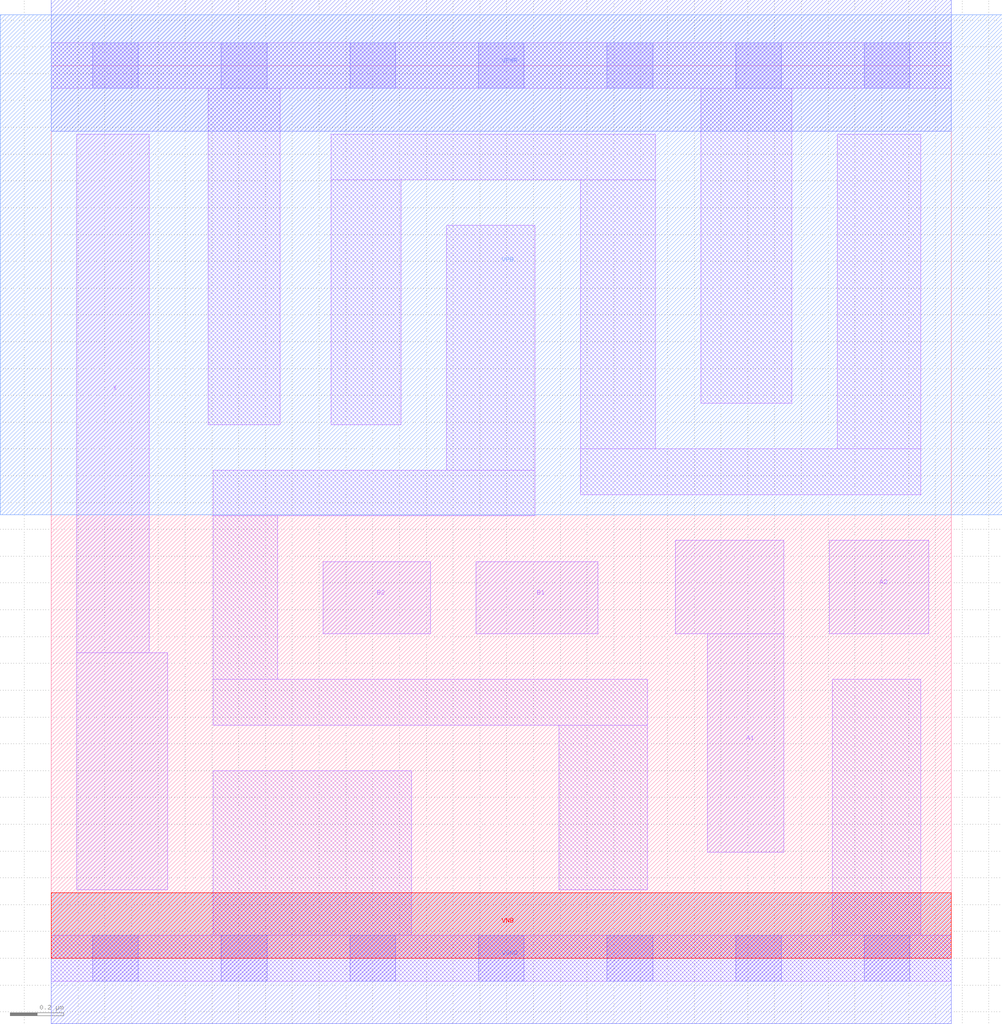
<source format=lef>
# Copyright 2020 The SkyWater PDK Authors
#
# Licensed under the Apache License, Version 2.0 (the "License");
# you may not use this file except in compliance with the License.
# You may obtain a copy of the License at
#
#     https://www.apache.org/licenses/LICENSE-2.0
#
# Unless required by applicable law or agreed to in writing, software
# distributed under the License is distributed on an "AS IS" BASIS,
# WITHOUT WARRANTIES OR CONDITIONS OF ANY KIND, either express or implied.
# See the License for the specific language governing permissions and
# limitations under the License.
#
# SPDX-License-Identifier: Apache-2.0

VERSION 5.7 ;
  NOWIREEXTENSIONATPIN ON ;
  DIVIDERCHAR "/" ;
  BUSBITCHARS "[]" ;
MACRO sky130_fd_sc_lp__a22o_1
  CLASS CORE ;
  FOREIGN sky130_fd_sc_lp__a22o_1 ;
  ORIGIN  0.000000  0.000000 ;
  SIZE  3.360000 BY  3.330000 ;
  SYMMETRY X Y R90 ;
  SITE unit ;
  PIN A1
    ANTENNAGATEAREA  0.315000 ;
    DIRECTION INPUT ;
    USE SIGNAL ;
    PORT
      LAYER li1 ;
        RECT 2.330000 1.210000 2.735000 1.560000 ;
        RECT 2.450000 0.395000 2.735000 1.210000 ;
    END
  END A1
  PIN A2
    ANTENNAGATEAREA  0.315000 ;
    DIRECTION INPUT ;
    USE SIGNAL ;
    PORT
      LAYER li1 ;
        RECT 2.905000 1.210000 3.275000 1.560000 ;
    END
  END A2
  PIN B1
    ANTENNAGATEAREA  0.315000 ;
    DIRECTION INPUT ;
    USE SIGNAL ;
    PORT
      LAYER li1 ;
        RECT 1.585000 1.210000 2.040000 1.480000 ;
    END
  END B1
  PIN B2
    ANTENNAGATEAREA  0.315000 ;
    DIRECTION INPUT ;
    USE SIGNAL ;
    PORT
      LAYER li1 ;
        RECT 1.015000 1.210000 1.415000 1.480000 ;
    END
  END B2
  PIN X
    ANTENNADIFFAREA  0.556500 ;
    DIRECTION OUTPUT ;
    USE SIGNAL ;
    PORT
      LAYER li1 ;
        RECT 0.095000 0.255000 0.435000 1.140000 ;
        RECT 0.095000 1.140000 0.365000 3.075000 ;
    END
  END X
  PIN VGND
    DIRECTION INOUT ;
    USE GROUND ;
    PORT
      LAYER met1 ;
        RECT 0.000000 -0.245000 3.360000 0.245000 ;
    END
  END VGND
  PIN VNB
    DIRECTION INOUT ;
    USE GROUND ;
    PORT
      LAYER pwell ;
        RECT 0.000000 0.000000 3.360000 0.245000 ;
    END
  END VNB
  PIN VPB
    DIRECTION INOUT ;
    USE POWER ;
    PORT
      LAYER nwell ;
        RECT -0.190000 1.655000 3.550000 3.520000 ;
    END
  END VPB
  PIN VPWR
    DIRECTION INOUT ;
    USE POWER ;
    PORT
      LAYER met1 ;
        RECT 0.000000 3.085000 3.360000 3.575000 ;
    END
  END VPWR
  OBS
    LAYER li1 ;
      RECT 0.000000 -0.085000 3.360000 0.085000 ;
      RECT 0.000000  3.245000 3.360000 3.415000 ;
      RECT 0.585000  1.990000 0.855000 3.245000 ;
      RECT 0.605000  0.085000 1.345000 0.700000 ;
      RECT 0.605000  0.870000 2.225000 1.040000 ;
      RECT 0.605000  1.040000 0.845000 1.650000 ;
      RECT 0.605000  1.650000 1.805000 1.820000 ;
      RECT 1.045000  1.990000 1.305000 2.905000 ;
      RECT 1.045000  2.905000 2.255000 3.075000 ;
      RECT 1.475000  1.820000 1.805000 2.735000 ;
      RECT 1.895000  0.255000 2.225000 0.870000 ;
      RECT 1.975000  1.730000 3.245000 1.900000 ;
      RECT 1.975000  1.900000 2.255000 2.905000 ;
      RECT 2.425000  2.070000 2.765000 3.245000 ;
      RECT 2.915000  0.085000 3.245000 1.040000 ;
      RECT 2.935000  1.900000 3.245000 3.075000 ;
    LAYER mcon ;
      RECT 0.155000 -0.085000 0.325000 0.085000 ;
      RECT 0.155000  3.245000 0.325000 3.415000 ;
      RECT 0.635000 -0.085000 0.805000 0.085000 ;
      RECT 0.635000  3.245000 0.805000 3.415000 ;
      RECT 1.115000 -0.085000 1.285000 0.085000 ;
      RECT 1.115000  3.245000 1.285000 3.415000 ;
      RECT 1.595000 -0.085000 1.765000 0.085000 ;
      RECT 1.595000  3.245000 1.765000 3.415000 ;
      RECT 2.075000 -0.085000 2.245000 0.085000 ;
      RECT 2.075000  3.245000 2.245000 3.415000 ;
      RECT 2.555000 -0.085000 2.725000 0.085000 ;
      RECT 2.555000  3.245000 2.725000 3.415000 ;
      RECT 3.035000 -0.085000 3.205000 0.085000 ;
      RECT 3.035000  3.245000 3.205000 3.415000 ;
  END
END sky130_fd_sc_lp__a22o_1
END LIBRARY

</source>
